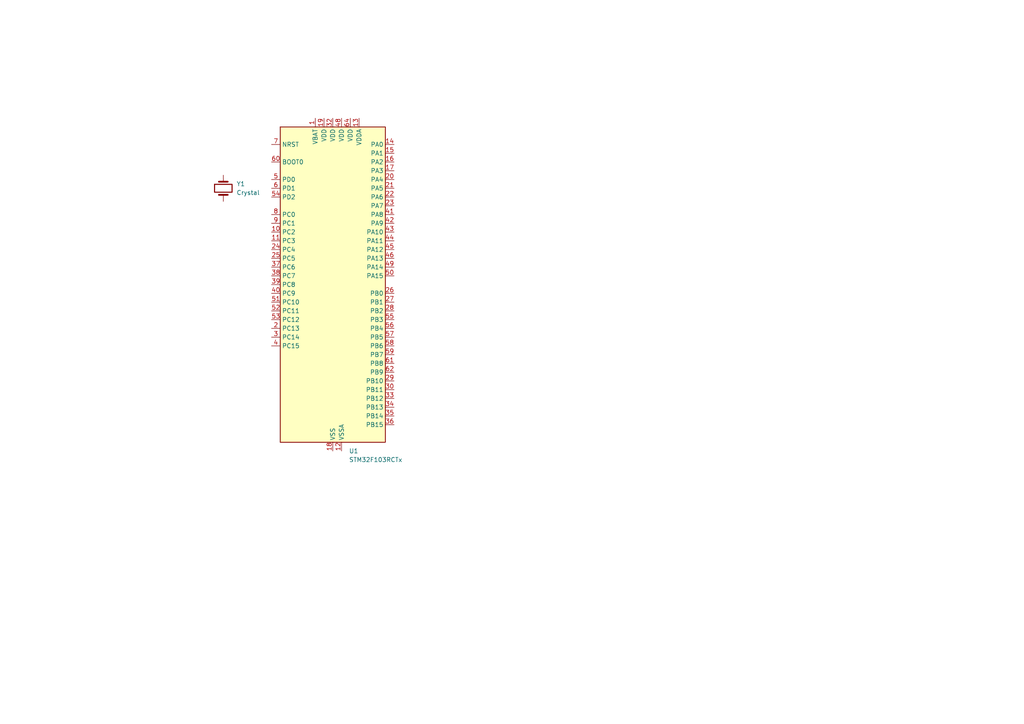
<source format=kicad_sch>
(kicad_sch (version 20250114) (generator "eeschema") (generator_version "9.0")
  (paper "A4")
  (lib_symbols
    (symbol "Device:Crystal" (pin_numbers (hide yes)) (pin_names (offset 1.016) (hide yes))
      (property "Reference" "Y" (at 0 3.81 0))
      (property "Value" "Crystal" (at 0 -3.81 0))
      (symbol "Crystal_0_1"
        (polyline (pts (xy -2.54 0) (xy -1.905 0)))
        (polyline (pts (xy -1.905 -1.27) (xy -1.905 1.27)) (stroke (width 0.508)))
        (rectangle (start -1.143 2.54) (end 1.143 -2.54) (stroke (width 0.3048)))
        (polyline (pts (xy 1.905 -1.27) (xy 1.905 1.27)) (stroke (width 0.508)))
        (polyline (pts (xy 2.54 0) (xy 1.905 0)))
      )
      (symbol "Crystal_1_1"
        (pin passive line (at -3.81 0 0) (length 1.27) (name "1") (number "1"))
        (pin passive line (at 3.81 0 180) (length 1.27) (name "2") (number "2"))
      )
    )
    (symbol "MCU_ST_STM32F1:STM32F103RCTx"
      (property "Reference" "U" (at -15.24 46.99 0))
      (property "Value" "STM32F103RCTx" (at 10.16 46.99 0))
      (symbol "STM32F103RCTx_0_1"
        (rectangle (start -15.24 -45.72) (end 15.24 45.72) (stroke (width 0.254)) (fill (type background)))
      )
      (symbol "STM32F103RCTx_1_1"
        (pin input line (at -17.78 40.64 0) (length 2.54) (name "NRST") (number "7"))
        (pin input line (at -17.78 35.56 0) (length 2.54) (name "BOOT0") (number "60"))
        (pin bidirectional line (at -17.78 30.48 0) (length 2.54) (name "PD0") (number "5"))
        (pin bidirectional line (at -17.78 27.94 0) (length 2.54) (name "PD1") (number "6"))
        (pin bidirectional line (at -17.78 25.4 0) (length 2.54) (name "PD2") (number "54"))
        (pin bidirectional line (at -17.78 20.32 0) (length 2.54) (name "PC0") (number "8"))
        (pin bidirectional line (at -17.78 17.78 0) (length 2.54) (name "PC1") (number "9"))
        (pin bidirectional line (at -17.78 15.24 0) (length 2.54) (name "PC2") (number "10"))
        (pin bidirectional line (at -17.78 12.7 0) (length 2.54) (name "PC3") (number "11"))
        (pin bidirectional line (at -17.78 10.16 0) (length 2.54) (name "PC4") (number "24"))
        (pin bidirectional line (at -17.78 7.62 0) (length 2.54) (name "PC5") (number "25"))
        (pin bidirectional line (at -17.78 5.08 0) (length 2.54) (name "PC6") (number "37"))
        (pin bidirectional line (at -17.78 2.54 0) (length 2.54) (name "PC7") (number "38"))
        (pin bidirectional line (at -17.78 0 0) (length 2.54) (name "PC8") (number "39"))
        (pin bidirectional line (at -17.78 -2.54 0) (length 2.54) (name "PC9") (number "40"))
        (pin bidirectional line (at -17.78 -5.08 0) (length 2.54) (name "PC10") (number "51"))
        (pin bidirectional line (at -17.78 -7.62 0) (length 2.54) (name "PC11") (number "52"))
        (pin bidirectional line (at -17.78 -10.16 0) (length 2.54) (name "PC12") (number "53"))
        (pin bidirectional line (at -17.78 -12.7 0) (length 2.54) (name "PC13") (number "2"))
        (pin bidirectional line (at -17.78 -15.24 0) (length 2.54) (name "PC14") (number "3"))
        (pin bidirectional line (at -17.78 -17.78 0) (length 2.54) (name "PC15") (number "4"))
        (pin power_in line (at -5.08 48.26 270) (length 2.54) (name "VBAT") (number "1"))
        (pin power_in line (at -2.54 48.26 270) (length 2.54) (name "VDD") (number "19"))
        (pin power_in line (at 0 48.26 270) (length 2.54) (name "VDD") (number "32"))
        (pin power_in line (at 0 -48.26 90) (length 2.54) (name "VSS") (number "18"))
        (pin passive line (at 0 -48.26 90) (length 2.54) (hide yes) (name "VSS") (number "31"))
        (pin passive line (at 0 -48.26 90) (length 2.54) (hide yes) (name "VSS") (number "47"))
        (pin passive line (at 0 -48.26 90) (length 2.54) (hide yes) (name "VSS") (number "63"))
        (pin power_in line (at 2.54 48.26 270) (length 2.54) (name "VDD") (number "48"))
        (pin power_in line (at 2.54 -48.26 90) (length 2.54) (name "VSSA") (number "12"))
        (pin power_in line (at 5.08 48.26 270) (length 2.54) (name "VDD") (number "64"))
        (pin power_in line (at 7.62 48.26 270) (length 2.54) (name "VDDA") (number "13"))
        (pin bidirectional line (at 17.78 40.64 180) (length 2.54) (name "PA0") (number "14"))
        (pin bidirectional line (at 17.78 38.1 180) (length 2.54) (name "PA1") (number "15"))
        (pin bidirectional line (at 17.78 35.56 180) (length 2.54) (name "PA2") (number "16"))
        (pin bidirectional line (at 17.78 33.02 180) (length 2.54) (name "PA3") (number "17"))
        (pin bidirectional line (at 17.78 30.48 180) (length 2.54) (name "PA4") (number "20"))
        (pin bidirectional line (at 17.78 27.94 180) (length 2.54) (name "PA5") (number "21"))
        (pin bidirectional line (at 17.78 25.4 180) (length 2.54) (name "PA6") (number "22"))
        (pin bidirectional line (at 17.78 22.86 180) (length 2.54) (name "PA7") (number "23"))
        (pin bidirectional line (at 17.78 20.32 180) (length 2.54) (name "PA8") (number "41"))
        (pin bidirectional line (at 17.78 17.78 180) (length 2.54) (name "PA9") (number "42"))
        (pin bidirectional line (at 17.78 15.24 180) (length 2.54) (name "PA10") (number "43"))
        (pin bidirectional line (at 17.78 12.7 180) (length 2.54) (name "PA11") (number "44"))
        (pin bidirectional line (at 17.78 10.16 180) (length 2.54) (name "PA12") (number "45"))
        (pin bidirectional line (at 17.78 7.62 180) (length 2.54) (name "PA13") (number "46"))
        (pin bidirectional line (at 17.78 5.08 180) (length 2.54) (name "PA14") (number "49"))
        (pin bidirectional line (at 17.78 2.54 180) (length 2.54) (name "PA15") (number "50"))
        (pin bidirectional line (at 17.78 -2.54 180) (length 2.54) (name "PB0") (number "26"))
        (pin bidirectional line (at 17.78 -5.08 180) (length 2.54) (name "PB1") (number "27"))
        (pin bidirectional line (at 17.78 -7.62 180) (length 2.54) (name "PB2") (number "28"))
        (pin bidirectional line (at 17.78 -10.16 180) (length 2.54) (name "PB3") (number "55"))
        (pin bidirectional line (at 17.78 -12.7 180) (length 2.54) (name "PB4") (number "56"))
        (pin bidirectional line (at 17.78 -15.24 180) (length 2.54) (name "PB5") (number "57"))
        (pin bidirectional line (at 17.78 -17.78 180) (length 2.54) (name "PB6") (number "58"))
        (pin bidirectional line (at 17.78 -20.32 180) (length 2.54) (name "PB7") (number "59"))
        (pin bidirectional line (at 17.78 -22.86 180) (length 2.54) (name "PB8") (number "61"))
        (pin bidirectional line (at 17.78 -25.4 180) (length 2.54) (name "PB9") (number "62"))
        (pin bidirectional line (at 17.78 -27.94 180) (length 2.54) (name "PB10") (number "29"))
        (pin bidirectional line (at 17.78 -30.48 180) (length 2.54) (name "PB11") (number "30"))
        (pin bidirectional line (at 17.78 -33.02 180) (length 2.54) (name "PB12") (number "33"))
        (pin bidirectional line (at 17.78 -35.56 180) (length 2.54) (name "PB13") (number "34"))
        (pin bidirectional line (at 17.78 -38.1 180) (length 2.54) (name "PB14") (number "35"))
        (pin bidirectional line (at 17.78 -40.64 180) (length 2.54) (name "PB15") (number "36"))
      )
    )
  )
  (symbol (lib_id "MCU_ST_STM32F1:STM32F103RCTx") (at 96.52 82.55 0) (unit 1)
    (property "Reference" "U1" (at 101.2033 130.81 0) (effects (justify left)))
    (property "Value" "STM32F103RCTx" (at 101.2033 133.35 0) (effects (justify left)))
    (property "Footprint" "Package_QFP:LQFP-64_10x10mm_P0.5mm" (effects (hide yes)))
    (property "Datasheet" "https://www.st.com/resource/en/datasheet/stm32f103rc.pdf" (effects (hide yes)))
    (property "Description" "STMicroelectronics Arm Cortex-M3 MCU, 256KB flash, 48KB RAM, 72 MHz, 2.0-3.6V, 51 GPIO, LQFP64" (effects (hide yes)))
  )
  (symbol (lib_id "Device:Crystal") (at 64.77 54.61 90) (unit 1)
    (property "Reference" "Y1" (at 68.58 53.3399 90) (effects (justify right)))
    (property "Value" "Crystal" (at 68.58 55.8799 90) (effects (justify right)))
    (property "Description" "Two pin crystal" (effects (hide yes)))
  )
)
</source>
